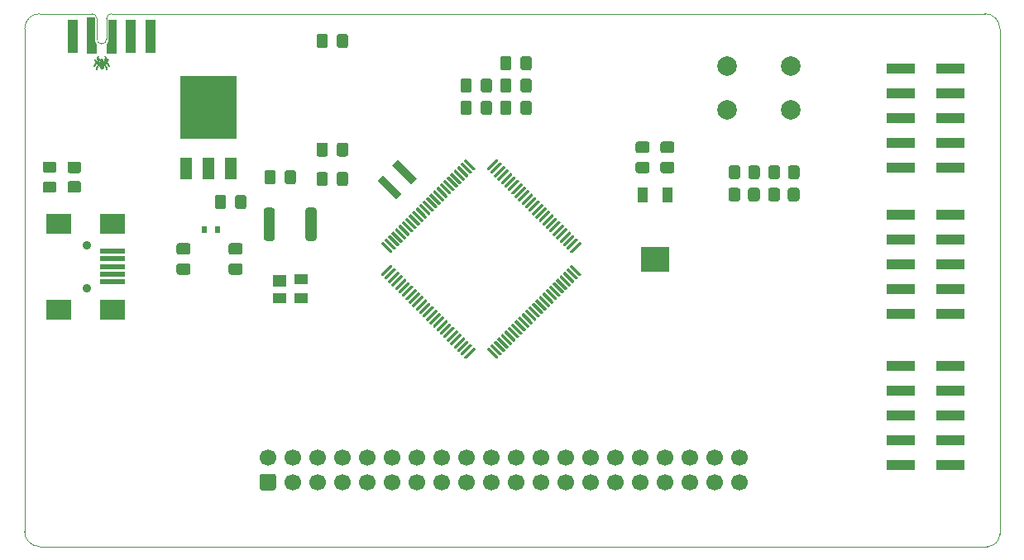
<source format=gts>
%TF.GenerationSoftware,KiCad,Pcbnew,5.1.8*%
%TF.CreationDate,2020-12-10T16:40:19-06:00*%
%TF.ProjectId,e54-GFX-Development-Board,6535342d-4746-4582-9d44-6576656c6f70,rev?*%
%TF.SameCoordinates,Original*%
%TF.FileFunction,Soldermask,Top*%
%TF.FilePolarity,Negative*%
%FSLAX46Y46*%
G04 Gerber Fmt 4.6, Leading zero omitted, Abs format (unit mm)*
G04 Created by KiCad (PCBNEW 5.1.8) date 2020-12-10 16:40:19*
%MOMM*%
%LPD*%
G01*
G04 APERTURE LIST*
%TA.AperFunction,Profile*%
%ADD10C,0.050000*%
%TD*%
%ADD11C,0.150000*%
%ADD12C,0.300000*%
%ADD13C,0.001000*%
%ADD14C,0.320000*%
%ADD15C,0.460000*%
%ADD16R,5.800000X6.400000*%
%ADD17R,1.200000X2.200000*%
%ADD18R,1.000000X3.500000*%
%ADD19C,0.100000*%
%ADD20R,3.000000X1.000000*%
%ADD21R,3.000000X2.500000*%
%ADD22R,1.000000X1.600000*%
%ADD23C,2.000000*%
%ADD24C,1.700000*%
%ADD25C,0.900000*%
%ADD26R,2.500000X0.500000*%
%ADD27R,2.500000X2.000000*%
%ADD28R,0.600000X0.800000*%
%ADD29R,1.400000X1.000000*%
%ADD30R,1.400000X1.200000*%
G04 APERTURE END LIST*
D10*
X108378000Y-70358000D02*
X192786000Y-70358000D01*
X96012000Y-70358000D02*
X98378000Y-70358000D01*
X194310000Y-71882000D02*
X194310000Y-123698000D01*
X192786000Y-70358000D02*
G75*
G02*
X194310000Y-71882000I0J-1524000D01*
G01*
X94488000Y-71882000D02*
G75*
G02*
X96012000Y-70358000I1524000J0D01*
G01*
X96012000Y-124968000D02*
G75*
G02*
X94488000Y-123444000I0J1524000D01*
G01*
X194310000Y-123698000D02*
G75*
G02*
X193040000Y-124968000I-1270000J0D01*
G01*
X94488000Y-123444000D02*
X94488000Y-71882000D01*
X193040000Y-124968000D02*
X96012000Y-124968000D01*
%TO.C,J3*%
X101878000Y-70858000D02*
X101878000Y-72958000D01*
X102878000Y-72958000D02*
X102878000Y-70858000D01*
X98378000Y-70358000D02*
X101378000Y-70358000D01*
X103378000Y-70358000D02*
X108378000Y-70358000D01*
D11*
X103028000Y-75078000D02*
X102918000Y-75268000D01*
X102748000Y-75348000D02*
X102908000Y-75278000D01*
X102748000Y-75348000D02*
X102488000Y-75398000D01*
X103108000Y-75718000D02*
X102938000Y-75508000D01*
X102568000Y-75508000D02*
X102938000Y-75508000D01*
X102898000Y-76068000D02*
X102898000Y-75878000D01*
X102618000Y-75548000D02*
X102898000Y-75878000D01*
D12*
X102448000Y-75758000D02*
X102378000Y-75098000D01*
D11*
X102008000Y-74688000D02*
X101938000Y-74888000D01*
X101938000Y-74898000D02*
X101998000Y-75028000D01*
D13*
G36*
X102028000Y-74918000D02*
G01*
X102088000Y-75038000D01*
X102088000Y-75178000D01*
X101958000Y-75118000D01*
X101888000Y-74968000D01*
X101978000Y-74998000D01*
X102028000Y-74918000D01*
G37*
X102028000Y-74918000D02*
X102088000Y-75038000D01*
X102088000Y-75178000D01*
X101958000Y-75118000D01*
X101888000Y-74968000D01*
X101978000Y-74998000D01*
X102028000Y-74918000D01*
D11*
X101708000Y-75078000D02*
X101818000Y-75268000D01*
X101988000Y-75348000D02*
X101828000Y-75278000D01*
X101988000Y-75348000D02*
X102248000Y-75398000D01*
X101628000Y-75718000D02*
X101798000Y-75508000D01*
X102168000Y-75508000D02*
X101798000Y-75508000D01*
X101838000Y-76068000D02*
X101838000Y-75878000D01*
X102118000Y-75548000D02*
X101838000Y-75878000D01*
D12*
X102288000Y-75758000D02*
X102358000Y-75098000D01*
D14*
X102368000Y-75868000D02*
X102368000Y-75098000D01*
D15*
X102368000Y-75818000D02*
X102368000Y-75748000D01*
D11*
X102728000Y-74688000D02*
X102798000Y-74888000D01*
X102798000Y-74898000D02*
X102738000Y-75028000D01*
D13*
G36*
X102708000Y-74918000D02*
G01*
X102648000Y-75038000D01*
X102648000Y-75178000D01*
X102778000Y-75118000D01*
X102848000Y-74968000D01*
X102758000Y-74998000D01*
X102708000Y-74918000D01*
G37*
X102708000Y-74918000D02*
X102648000Y-75038000D01*
X102648000Y-75178000D01*
X102778000Y-75118000D01*
X102848000Y-74968000D01*
X102758000Y-74998000D01*
X102708000Y-74918000D01*
D10*
X102878000Y-72958000D02*
G75*
G02*
X101878000Y-72958000I-500000J0D01*
G01*
X101378000Y-70358000D02*
G75*
G02*
X101878000Y-70858000I0J-500000D01*
G01*
X102878000Y-70858000D02*
G75*
G02*
X103378000Y-70358000I500000J0D01*
G01*
%TD*%
D16*
%TO.C,U1*%
X113284000Y-79942000D03*
D17*
X115564000Y-86242000D03*
X113284000Y-86242000D03*
X111004000Y-86242000D03*
%TD*%
D18*
%TO.C,J3*%
X99378000Y-72708000D03*
X107378000Y-72708000D03*
X105378000Y-72708000D03*
D19*
G36*
X103878000Y-74458000D02*
G01*
X102878000Y-74458000D01*
X102878000Y-73448000D01*
X102898000Y-73428000D01*
X102938000Y-73378000D01*
X102978000Y-73318000D01*
X103008000Y-73268000D01*
X103028000Y-73218000D01*
X103048000Y-73158000D01*
X103068000Y-73078000D01*
X103078000Y-72968000D01*
X103078000Y-70958000D01*
X103878000Y-70958000D01*
X103878000Y-74458000D01*
G37*
G36*
X101678000Y-72968000D02*
G01*
X101688000Y-73078000D01*
X101708000Y-73158000D01*
X101728000Y-73218000D01*
X101748000Y-73268000D01*
X101778000Y-73318000D01*
X101818000Y-73378000D01*
X101858000Y-73428000D01*
X101878000Y-73448000D01*
X101878000Y-74458000D01*
X100878000Y-74458000D01*
X100878000Y-70758000D01*
X101678000Y-70758000D01*
X101678000Y-72968000D01*
G37*
%TD*%
D20*
%TO.C,J8*%
X184170000Y-86106000D03*
X189210000Y-86106000D03*
X184170000Y-83566000D03*
X189210000Y-83566000D03*
X184170000Y-81026000D03*
X189210000Y-81026000D03*
X184170000Y-78486000D03*
X189210000Y-78486000D03*
X184170000Y-75946000D03*
X189210000Y-75946000D03*
%TD*%
%TO.C,J7*%
X184170000Y-101092000D03*
X189210000Y-101092000D03*
X184170000Y-98552000D03*
X189210000Y-98552000D03*
X184170000Y-96012000D03*
X189210000Y-96012000D03*
X184170000Y-93472000D03*
X189210000Y-93472000D03*
X184170000Y-90932000D03*
X189210000Y-90932000D03*
%TD*%
%TO.C,J6*%
X184170000Y-116586000D03*
X189210000Y-116586000D03*
X184170000Y-114046000D03*
X189210000Y-114046000D03*
X184170000Y-111506000D03*
X189210000Y-111506000D03*
X184170000Y-108966000D03*
X189210000Y-108966000D03*
X184170000Y-106426000D03*
X189210000Y-106426000D03*
%TD*%
D21*
%TO.C,Y2*%
X159004000Y-95506000D03*
D22*
X160274000Y-88956000D03*
X157734000Y-88956000D03*
%TD*%
%TO.C,U2*%
G36*
G01*
X131925546Y-94902959D02*
X130988630Y-93966043D01*
G75*
G02*
X130988630Y-93859977I53033J53033D01*
G01*
X131094696Y-93753911D01*
G75*
G02*
X131200762Y-93753911I53033J-53033D01*
G01*
X132137678Y-94690827D01*
G75*
G02*
X132137678Y-94796893I-53033J-53033D01*
G01*
X132031612Y-94902959D01*
G75*
G02*
X131925546Y-94902959I-53033J53033D01*
G01*
G37*
G36*
G01*
X132279099Y-94549406D02*
X131342183Y-93612490D01*
G75*
G02*
X131342183Y-93506424I53033J53033D01*
G01*
X131448249Y-93400358D01*
G75*
G02*
X131554315Y-93400358I53033J-53033D01*
G01*
X132491231Y-94337274D01*
G75*
G02*
X132491231Y-94443340I-53033J-53033D01*
G01*
X132385165Y-94549406D01*
G75*
G02*
X132279099Y-94549406I-53033J53033D01*
G01*
G37*
G36*
G01*
X132632652Y-94195852D02*
X131695736Y-93258936D01*
G75*
G02*
X131695736Y-93152870I53033J53033D01*
G01*
X131801802Y-93046804D01*
G75*
G02*
X131907868Y-93046804I53033J-53033D01*
G01*
X132844784Y-93983720D01*
G75*
G02*
X132844784Y-94089786I-53033J-53033D01*
G01*
X132738718Y-94195852D01*
G75*
G02*
X132632652Y-94195852I-53033J53033D01*
G01*
G37*
G36*
G01*
X132986206Y-93842299D02*
X132049290Y-92905383D01*
G75*
G02*
X132049290Y-92799317I53033J53033D01*
G01*
X132155356Y-92693251D01*
G75*
G02*
X132261422Y-92693251I53033J-53033D01*
G01*
X133198338Y-93630167D01*
G75*
G02*
X133198338Y-93736233I-53033J-53033D01*
G01*
X133092272Y-93842299D01*
G75*
G02*
X132986206Y-93842299I-53033J53033D01*
G01*
G37*
G36*
G01*
X133339759Y-93488745D02*
X132402843Y-92551829D01*
G75*
G02*
X132402843Y-92445763I53033J53033D01*
G01*
X132508909Y-92339697D01*
G75*
G02*
X132614975Y-92339697I53033J-53033D01*
G01*
X133551891Y-93276613D01*
G75*
G02*
X133551891Y-93382679I-53033J-53033D01*
G01*
X133445825Y-93488745D01*
G75*
G02*
X133339759Y-93488745I-53033J53033D01*
G01*
G37*
G36*
G01*
X133693313Y-93135192D02*
X132756397Y-92198276D01*
G75*
G02*
X132756397Y-92092210I53033J53033D01*
G01*
X132862463Y-91986144D01*
G75*
G02*
X132968529Y-91986144I53033J-53033D01*
G01*
X133905445Y-92923060D01*
G75*
G02*
X133905445Y-93029126I-53033J-53033D01*
G01*
X133799379Y-93135192D01*
G75*
G02*
X133693313Y-93135192I-53033J53033D01*
G01*
G37*
G36*
G01*
X134046866Y-92781639D02*
X133109950Y-91844723D01*
G75*
G02*
X133109950Y-91738657I53033J53033D01*
G01*
X133216016Y-91632591D01*
G75*
G02*
X133322082Y-91632591I53033J-53033D01*
G01*
X134258998Y-92569507D01*
G75*
G02*
X134258998Y-92675573I-53033J-53033D01*
G01*
X134152932Y-92781639D01*
G75*
G02*
X134046866Y-92781639I-53033J53033D01*
G01*
G37*
G36*
G01*
X134400419Y-92428085D02*
X133463503Y-91491169D01*
G75*
G02*
X133463503Y-91385103I53033J53033D01*
G01*
X133569569Y-91279037D01*
G75*
G02*
X133675635Y-91279037I53033J-53033D01*
G01*
X134612551Y-92215953D01*
G75*
G02*
X134612551Y-92322019I-53033J-53033D01*
G01*
X134506485Y-92428085D01*
G75*
G02*
X134400419Y-92428085I-53033J53033D01*
G01*
G37*
G36*
G01*
X134753973Y-92074532D02*
X133817057Y-91137616D01*
G75*
G02*
X133817057Y-91031550I53033J53033D01*
G01*
X133923123Y-90925484D01*
G75*
G02*
X134029189Y-90925484I53033J-53033D01*
G01*
X134966105Y-91862400D01*
G75*
G02*
X134966105Y-91968466I-53033J-53033D01*
G01*
X134860039Y-92074532D01*
G75*
G02*
X134753973Y-92074532I-53033J53033D01*
G01*
G37*
G36*
G01*
X135107526Y-91720978D02*
X134170610Y-90784062D01*
G75*
G02*
X134170610Y-90677996I53033J53033D01*
G01*
X134276676Y-90571930D01*
G75*
G02*
X134382742Y-90571930I53033J-53033D01*
G01*
X135319658Y-91508846D01*
G75*
G02*
X135319658Y-91614912I-53033J-53033D01*
G01*
X135213592Y-91720978D01*
G75*
G02*
X135107526Y-91720978I-53033J53033D01*
G01*
G37*
G36*
G01*
X135461080Y-91367425D02*
X134524164Y-90430509D01*
G75*
G02*
X134524164Y-90324443I53033J53033D01*
G01*
X134630230Y-90218377D01*
G75*
G02*
X134736296Y-90218377I53033J-53033D01*
G01*
X135673212Y-91155293D01*
G75*
G02*
X135673212Y-91261359I-53033J-53033D01*
G01*
X135567146Y-91367425D01*
G75*
G02*
X135461080Y-91367425I-53033J53033D01*
G01*
G37*
G36*
G01*
X135814633Y-91013872D02*
X134877717Y-90076956D01*
G75*
G02*
X134877717Y-89970890I53033J53033D01*
G01*
X134983783Y-89864824D01*
G75*
G02*
X135089849Y-89864824I53033J-53033D01*
G01*
X136026765Y-90801740D01*
G75*
G02*
X136026765Y-90907806I-53033J-53033D01*
G01*
X135920699Y-91013872D01*
G75*
G02*
X135814633Y-91013872I-53033J53033D01*
G01*
G37*
G36*
G01*
X136168186Y-90660318D02*
X135231270Y-89723402D01*
G75*
G02*
X135231270Y-89617336I53033J53033D01*
G01*
X135337336Y-89511270D01*
G75*
G02*
X135443402Y-89511270I53033J-53033D01*
G01*
X136380318Y-90448186D01*
G75*
G02*
X136380318Y-90554252I-53033J-53033D01*
G01*
X136274252Y-90660318D01*
G75*
G02*
X136168186Y-90660318I-53033J53033D01*
G01*
G37*
G36*
G01*
X136521740Y-90306765D02*
X135584824Y-89369849D01*
G75*
G02*
X135584824Y-89263783I53033J53033D01*
G01*
X135690890Y-89157717D01*
G75*
G02*
X135796956Y-89157717I53033J-53033D01*
G01*
X136733872Y-90094633D01*
G75*
G02*
X136733872Y-90200699I-53033J-53033D01*
G01*
X136627806Y-90306765D01*
G75*
G02*
X136521740Y-90306765I-53033J53033D01*
G01*
G37*
G36*
G01*
X136875293Y-89953212D02*
X135938377Y-89016296D01*
G75*
G02*
X135938377Y-88910230I53033J53033D01*
G01*
X136044443Y-88804164D01*
G75*
G02*
X136150509Y-88804164I53033J-53033D01*
G01*
X137087425Y-89741080D01*
G75*
G02*
X137087425Y-89847146I-53033J-53033D01*
G01*
X136981359Y-89953212D01*
G75*
G02*
X136875293Y-89953212I-53033J53033D01*
G01*
G37*
G36*
G01*
X137228846Y-89599658D02*
X136291930Y-88662742D01*
G75*
G02*
X136291930Y-88556676I53033J53033D01*
G01*
X136397996Y-88450610D01*
G75*
G02*
X136504062Y-88450610I53033J-53033D01*
G01*
X137440978Y-89387526D01*
G75*
G02*
X137440978Y-89493592I-53033J-53033D01*
G01*
X137334912Y-89599658D01*
G75*
G02*
X137228846Y-89599658I-53033J53033D01*
G01*
G37*
G36*
G01*
X137582400Y-89246105D02*
X136645484Y-88309189D01*
G75*
G02*
X136645484Y-88203123I53033J53033D01*
G01*
X136751550Y-88097057D01*
G75*
G02*
X136857616Y-88097057I53033J-53033D01*
G01*
X137794532Y-89033973D01*
G75*
G02*
X137794532Y-89140039I-53033J-53033D01*
G01*
X137688466Y-89246105D01*
G75*
G02*
X137582400Y-89246105I-53033J53033D01*
G01*
G37*
G36*
G01*
X137935953Y-88892551D02*
X136999037Y-87955635D01*
G75*
G02*
X136999037Y-87849569I53033J53033D01*
G01*
X137105103Y-87743503D01*
G75*
G02*
X137211169Y-87743503I53033J-53033D01*
G01*
X138148085Y-88680419D01*
G75*
G02*
X138148085Y-88786485I-53033J-53033D01*
G01*
X138042019Y-88892551D01*
G75*
G02*
X137935953Y-88892551I-53033J53033D01*
G01*
G37*
G36*
G01*
X138289507Y-88538998D02*
X137352591Y-87602082D01*
G75*
G02*
X137352591Y-87496016I53033J53033D01*
G01*
X137458657Y-87389950D01*
G75*
G02*
X137564723Y-87389950I53033J-53033D01*
G01*
X138501639Y-88326866D01*
G75*
G02*
X138501639Y-88432932I-53033J-53033D01*
G01*
X138395573Y-88538998D01*
G75*
G02*
X138289507Y-88538998I-53033J53033D01*
G01*
G37*
G36*
G01*
X138643060Y-88185445D02*
X137706144Y-87248529D01*
G75*
G02*
X137706144Y-87142463I53033J53033D01*
G01*
X137812210Y-87036397D01*
G75*
G02*
X137918276Y-87036397I53033J-53033D01*
G01*
X138855192Y-87973313D01*
G75*
G02*
X138855192Y-88079379I-53033J-53033D01*
G01*
X138749126Y-88185445D01*
G75*
G02*
X138643060Y-88185445I-53033J53033D01*
G01*
G37*
G36*
G01*
X138996613Y-87831891D02*
X138059697Y-86894975D01*
G75*
G02*
X138059697Y-86788909I53033J53033D01*
G01*
X138165763Y-86682843D01*
G75*
G02*
X138271829Y-86682843I53033J-53033D01*
G01*
X139208745Y-87619759D01*
G75*
G02*
X139208745Y-87725825I-53033J-53033D01*
G01*
X139102679Y-87831891D01*
G75*
G02*
X138996613Y-87831891I-53033J53033D01*
G01*
G37*
G36*
G01*
X139350167Y-87478338D02*
X138413251Y-86541422D01*
G75*
G02*
X138413251Y-86435356I53033J53033D01*
G01*
X138519317Y-86329290D01*
G75*
G02*
X138625383Y-86329290I53033J-53033D01*
G01*
X139562299Y-87266206D01*
G75*
G02*
X139562299Y-87372272I-53033J-53033D01*
G01*
X139456233Y-87478338D01*
G75*
G02*
X139350167Y-87478338I-53033J53033D01*
G01*
G37*
G36*
G01*
X139703720Y-87124784D02*
X138766804Y-86187868D01*
G75*
G02*
X138766804Y-86081802I53033J53033D01*
G01*
X138872870Y-85975736D01*
G75*
G02*
X138978936Y-85975736I53033J-53033D01*
G01*
X139915852Y-86912652D01*
G75*
G02*
X139915852Y-87018718I-53033J-53033D01*
G01*
X139809786Y-87124784D01*
G75*
G02*
X139703720Y-87124784I-53033J53033D01*
G01*
G37*
G36*
G01*
X140057274Y-86771231D02*
X139120358Y-85834315D01*
G75*
G02*
X139120358Y-85728249I53033J53033D01*
G01*
X139226424Y-85622183D01*
G75*
G02*
X139332490Y-85622183I53033J-53033D01*
G01*
X140269406Y-86559099D01*
G75*
G02*
X140269406Y-86665165I-53033J-53033D01*
G01*
X140163340Y-86771231D01*
G75*
G02*
X140057274Y-86771231I-53033J53033D01*
G01*
G37*
G36*
G01*
X140410827Y-86417678D02*
X139473911Y-85480762D01*
G75*
G02*
X139473911Y-85374696I53033J53033D01*
G01*
X139579977Y-85268630D01*
G75*
G02*
X139686043Y-85268630I53033J-53033D01*
G01*
X140622959Y-86205546D01*
G75*
G02*
X140622959Y-86311612I-53033J-53033D01*
G01*
X140516893Y-86417678D01*
G75*
G02*
X140410827Y-86417678I-53033J53033D01*
G01*
G37*
G36*
G01*
X141931107Y-86417678D02*
X141825041Y-86311612D01*
G75*
G02*
X141825041Y-86205546I53033J53033D01*
G01*
X142761957Y-85268630D01*
G75*
G02*
X142868023Y-85268630I53033J-53033D01*
G01*
X142974089Y-85374696D01*
G75*
G02*
X142974089Y-85480762I-53033J-53033D01*
G01*
X142037173Y-86417678D01*
G75*
G02*
X141931107Y-86417678I-53033J53033D01*
G01*
G37*
G36*
G01*
X142284660Y-86771231D02*
X142178594Y-86665165D01*
G75*
G02*
X142178594Y-86559099I53033J53033D01*
G01*
X143115510Y-85622183D01*
G75*
G02*
X143221576Y-85622183I53033J-53033D01*
G01*
X143327642Y-85728249D01*
G75*
G02*
X143327642Y-85834315I-53033J-53033D01*
G01*
X142390726Y-86771231D01*
G75*
G02*
X142284660Y-86771231I-53033J53033D01*
G01*
G37*
G36*
G01*
X142638214Y-87124784D02*
X142532148Y-87018718D01*
G75*
G02*
X142532148Y-86912652I53033J53033D01*
G01*
X143469064Y-85975736D01*
G75*
G02*
X143575130Y-85975736I53033J-53033D01*
G01*
X143681196Y-86081802D01*
G75*
G02*
X143681196Y-86187868I-53033J-53033D01*
G01*
X142744280Y-87124784D01*
G75*
G02*
X142638214Y-87124784I-53033J53033D01*
G01*
G37*
G36*
G01*
X142991767Y-87478338D02*
X142885701Y-87372272D01*
G75*
G02*
X142885701Y-87266206I53033J53033D01*
G01*
X143822617Y-86329290D01*
G75*
G02*
X143928683Y-86329290I53033J-53033D01*
G01*
X144034749Y-86435356D01*
G75*
G02*
X144034749Y-86541422I-53033J-53033D01*
G01*
X143097833Y-87478338D01*
G75*
G02*
X142991767Y-87478338I-53033J53033D01*
G01*
G37*
G36*
G01*
X143345321Y-87831891D02*
X143239255Y-87725825D01*
G75*
G02*
X143239255Y-87619759I53033J53033D01*
G01*
X144176171Y-86682843D01*
G75*
G02*
X144282237Y-86682843I53033J-53033D01*
G01*
X144388303Y-86788909D01*
G75*
G02*
X144388303Y-86894975I-53033J-53033D01*
G01*
X143451387Y-87831891D01*
G75*
G02*
X143345321Y-87831891I-53033J53033D01*
G01*
G37*
G36*
G01*
X143698874Y-88185445D02*
X143592808Y-88079379D01*
G75*
G02*
X143592808Y-87973313I53033J53033D01*
G01*
X144529724Y-87036397D01*
G75*
G02*
X144635790Y-87036397I53033J-53033D01*
G01*
X144741856Y-87142463D01*
G75*
G02*
X144741856Y-87248529I-53033J-53033D01*
G01*
X143804940Y-88185445D01*
G75*
G02*
X143698874Y-88185445I-53033J53033D01*
G01*
G37*
G36*
G01*
X144052427Y-88538998D02*
X143946361Y-88432932D01*
G75*
G02*
X143946361Y-88326866I53033J53033D01*
G01*
X144883277Y-87389950D01*
G75*
G02*
X144989343Y-87389950I53033J-53033D01*
G01*
X145095409Y-87496016D01*
G75*
G02*
X145095409Y-87602082I-53033J-53033D01*
G01*
X144158493Y-88538998D01*
G75*
G02*
X144052427Y-88538998I-53033J53033D01*
G01*
G37*
G36*
G01*
X144405981Y-88892551D02*
X144299915Y-88786485D01*
G75*
G02*
X144299915Y-88680419I53033J53033D01*
G01*
X145236831Y-87743503D01*
G75*
G02*
X145342897Y-87743503I53033J-53033D01*
G01*
X145448963Y-87849569D01*
G75*
G02*
X145448963Y-87955635I-53033J-53033D01*
G01*
X144512047Y-88892551D01*
G75*
G02*
X144405981Y-88892551I-53033J53033D01*
G01*
G37*
G36*
G01*
X144759534Y-89246105D02*
X144653468Y-89140039D01*
G75*
G02*
X144653468Y-89033973I53033J53033D01*
G01*
X145590384Y-88097057D01*
G75*
G02*
X145696450Y-88097057I53033J-53033D01*
G01*
X145802516Y-88203123D01*
G75*
G02*
X145802516Y-88309189I-53033J-53033D01*
G01*
X144865600Y-89246105D01*
G75*
G02*
X144759534Y-89246105I-53033J53033D01*
G01*
G37*
G36*
G01*
X145113088Y-89599658D02*
X145007022Y-89493592D01*
G75*
G02*
X145007022Y-89387526I53033J53033D01*
G01*
X145943938Y-88450610D01*
G75*
G02*
X146050004Y-88450610I53033J-53033D01*
G01*
X146156070Y-88556676D01*
G75*
G02*
X146156070Y-88662742I-53033J-53033D01*
G01*
X145219154Y-89599658D01*
G75*
G02*
X145113088Y-89599658I-53033J53033D01*
G01*
G37*
G36*
G01*
X145466641Y-89953212D02*
X145360575Y-89847146D01*
G75*
G02*
X145360575Y-89741080I53033J53033D01*
G01*
X146297491Y-88804164D01*
G75*
G02*
X146403557Y-88804164I53033J-53033D01*
G01*
X146509623Y-88910230D01*
G75*
G02*
X146509623Y-89016296I-53033J-53033D01*
G01*
X145572707Y-89953212D01*
G75*
G02*
X145466641Y-89953212I-53033J53033D01*
G01*
G37*
G36*
G01*
X145820194Y-90306765D02*
X145714128Y-90200699D01*
G75*
G02*
X145714128Y-90094633I53033J53033D01*
G01*
X146651044Y-89157717D01*
G75*
G02*
X146757110Y-89157717I53033J-53033D01*
G01*
X146863176Y-89263783D01*
G75*
G02*
X146863176Y-89369849I-53033J-53033D01*
G01*
X145926260Y-90306765D01*
G75*
G02*
X145820194Y-90306765I-53033J53033D01*
G01*
G37*
G36*
G01*
X146173748Y-90660318D02*
X146067682Y-90554252D01*
G75*
G02*
X146067682Y-90448186I53033J53033D01*
G01*
X147004598Y-89511270D01*
G75*
G02*
X147110664Y-89511270I53033J-53033D01*
G01*
X147216730Y-89617336D01*
G75*
G02*
X147216730Y-89723402I-53033J-53033D01*
G01*
X146279814Y-90660318D01*
G75*
G02*
X146173748Y-90660318I-53033J53033D01*
G01*
G37*
G36*
G01*
X146527301Y-91013872D02*
X146421235Y-90907806D01*
G75*
G02*
X146421235Y-90801740I53033J53033D01*
G01*
X147358151Y-89864824D01*
G75*
G02*
X147464217Y-89864824I53033J-53033D01*
G01*
X147570283Y-89970890D01*
G75*
G02*
X147570283Y-90076956I-53033J-53033D01*
G01*
X146633367Y-91013872D01*
G75*
G02*
X146527301Y-91013872I-53033J53033D01*
G01*
G37*
G36*
G01*
X146880854Y-91367425D02*
X146774788Y-91261359D01*
G75*
G02*
X146774788Y-91155293I53033J53033D01*
G01*
X147711704Y-90218377D01*
G75*
G02*
X147817770Y-90218377I53033J-53033D01*
G01*
X147923836Y-90324443D01*
G75*
G02*
X147923836Y-90430509I-53033J-53033D01*
G01*
X146986920Y-91367425D01*
G75*
G02*
X146880854Y-91367425I-53033J53033D01*
G01*
G37*
G36*
G01*
X147234408Y-91720978D02*
X147128342Y-91614912D01*
G75*
G02*
X147128342Y-91508846I53033J53033D01*
G01*
X148065258Y-90571930D01*
G75*
G02*
X148171324Y-90571930I53033J-53033D01*
G01*
X148277390Y-90677996D01*
G75*
G02*
X148277390Y-90784062I-53033J-53033D01*
G01*
X147340474Y-91720978D01*
G75*
G02*
X147234408Y-91720978I-53033J53033D01*
G01*
G37*
G36*
G01*
X147587961Y-92074532D02*
X147481895Y-91968466D01*
G75*
G02*
X147481895Y-91862400I53033J53033D01*
G01*
X148418811Y-90925484D01*
G75*
G02*
X148524877Y-90925484I53033J-53033D01*
G01*
X148630943Y-91031550D01*
G75*
G02*
X148630943Y-91137616I-53033J-53033D01*
G01*
X147694027Y-92074532D01*
G75*
G02*
X147587961Y-92074532I-53033J53033D01*
G01*
G37*
G36*
G01*
X147941515Y-92428085D02*
X147835449Y-92322019D01*
G75*
G02*
X147835449Y-92215953I53033J53033D01*
G01*
X148772365Y-91279037D01*
G75*
G02*
X148878431Y-91279037I53033J-53033D01*
G01*
X148984497Y-91385103D01*
G75*
G02*
X148984497Y-91491169I-53033J-53033D01*
G01*
X148047581Y-92428085D01*
G75*
G02*
X147941515Y-92428085I-53033J53033D01*
G01*
G37*
G36*
G01*
X148295068Y-92781639D02*
X148189002Y-92675573D01*
G75*
G02*
X148189002Y-92569507I53033J53033D01*
G01*
X149125918Y-91632591D01*
G75*
G02*
X149231984Y-91632591I53033J-53033D01*
G01*
X149338050Y-91738657D01*
G75*
G02*
X149338050Y-91844723I-53033J-53033D01*
G01*
X148401134Y-92781639D01*
G75*
G02*
X148295068Y-92781639I-53033J53033D01*
G01*
G37*
G36*
G01*
X148648621Y-93135192D02*
X148542555Y-93029126D01*
G75*
G02*
X148542555Y-92923060I53033J53033D01*
G01*
X149479471Y-91986144D01*
G75*
G02*
X149585537Y-91986144I53033J-53033D01*
G01*
X149691603Y-92092210D01*
G75*
G02*
X149691603Y-92198276I-53033J-53033D01*
G01*
X148754687Y-93135192D01*
G75*
G02*
X148648621Y-93135192I-53033J53033D01*
G01*
G37*
G36*
G01*
X149002175Y-93488745D02*
X148896109Y-93382679D01*
G75*
G02*
X148896109Y-93276613I53033J53033D01*
G01*
X149833025Y-92339697D01*
G75*
G02*
X149939091Y-92339697I53033J-53033D01*
G01*
X150045157Y-92445763D01*
G75*
G02*
X150045157Y-92551829I-53033J-53033D01*
G01*
X149108241Y-93488745D01*
G75*
G02*
X149002175Y-93488745I-53033J53033D01*
G01*
G37*
G36*
G01*
X149355728Y-93842299D02*
X149249662Y-93736233D01*
G75*
G02*
X149249662Y-93630167I53033J53033D01*
G01*
X150186578Y-92693251D01*
G75*
G02*
X150292644Y-92693251I53033J-53033D01*
G01*
X150398710Y-92799317D01*
G75*
G02*
X150398710Y-92905383I-53033J-53033D01*
G01*
X149461794Y-93842299D01*
G75*
G02*
X149355728Y-93842299I-53033J53033D01*
G01*
G37*
G36*
G01*
X149709282Y-94195852D02*
X149603216Y-94089786D01*
G75*
G02*
X149603216Y-93983720I53033J53033D01*
G01*
X150540132Y-93046804D01*
G75*
G02*
X150646198Y-93046804I53033J-53033D01*
G01*
X150752264Y-93152870D01*
G75*
G02*
X150752264Y-93258936I-53033J-53033D01*
G01*
X149815348Y-94195852D01*
G75*
G02*
X149709282Y-94195852I-53033J53033D01*
G01*
G37*
G36*
G01*
X150062835Y-94549406D02*
X149956769Y-94443340D01*
G75*
G02*
X149956769Y-94337274I53033J53033D01*
G01*
X150893685Y-93400358D01*
G75*
G02*
X150999751Y-93400358I53033J-53033D01*
G01*
X151105817Y-93506424D01*
G75*
G02*
X151105817Y-93612490I-53033J-53033D01*
G01*
X150168901Y-94549406D01*
G75*
G02*
X150062835Y-94549406I-53033J53033D01*
G01*
G37*
G36*
G01*
X150416388Y-94902959D02*
X150310322Y-94796893D01*
G75*
G02*
X150310322Y-94690827I53033J53033D01*
G01*
X151247238Y-93753911D01*
G75*
G02*
X151353304Y-93753911I53033J-53033D01*
G01*
X151459370Y-93859977D01*
G75*
G02*
X151459370Y-93966043I-53033J-53033D01*
G01*
X150522454Y-94902959D01*
G75*
G02*
X150416388Y-94902959I-53033J53033D01*
G01*
G37*
G36*
G01*
X151247238Y-97254089D02*
X150310322Y-96317173D01*
G75*
G02*
X150310322Y-96211107I53033J53033D01*
G01*
X150416388Y-96105041D01*
G75*
G02*
X150522454Y-96105041I53033J-53033D01*
G01*
X151459370Y-97041957D01*
G75*
G02*
X151459370Y-97148023I-53033J-53033D01*
G01*
X151353304Y-97254089D01*
G75*
G02*
X151247238Y-97254089I-53033J53033D01*
G01*
G37*
G36*
G01*
X150893685Y-97607642D02*
X149956769Y-96670726D01*
G75*
G02*
X149956769Y-96564660I53033J53033D01*
G01*
X150062835Y-96458594D01*
G75*
G02*
X150168901Y-96458594I53033J-53033D01*
G01*
X151105817Y-97395510D01*
G75*
G02*
X151105817Y-97501576I-53033J-53033D01*
G01*
X150999751Y-97607642D01*
G75*
G02*
X150893685Y-97607642I-53033J53033D01*
G01*
G37*
G36*
G01*
X150540132Y-97961196D02*
X149603216Y-97024280D01*
G75*
G02*
X149603216Y-96918214I53033J53033D01*
G01*
X149709282Y-96812148D01*
G75*
G02*
X149815348Y-96812148I53033J-53033D01*
G01*
X150752264Y-97749064D01*
G75*
G02*
X150752264Y-97855130I-53033J-53033D01*
G01*
X150646198Y-97961196D01*
G75*
G02*
X150540132Y-97961196I-53033J53033D01*
G01*
G37*
G36*
G01*
X150186578Y-98314749D02*
X149249662Y-97377833D01*
G75*
G02*
X149249662Y-97271767I53033J53033D01*
G01*
X149355728Y-97165701D01*
G75*
G02*
X149461794Y-97165701I53033J-53033D01*
G01*
X150398710Y-98102617D01*
G75*
G02*
X150398710Y-98208683I-53033J-53033D01*
G01*
X150292644Y-98314749D01*
G75*
G02*
X150186578Y-98314749I-53033J53033D01*
G01*
G37*
G36*
G01*
X149833025Y-98668303D02*
X148896109Y-97731387D01*
G75*
G02*
X148896109Y-97625321I53033J53033D01*
G01*
X149002175Y-97519255D01*
G75*
G02*
X149108241Y-97519255I53033J-53033D01*
G01*
X150045157Y-98456171D01*
G75*
G02*
X150045157Y-98562237I-53033J-53033D01*
G01*
X149939091Y-98668303D01*
G75*
G02*
X149833025Y-98668303I-53033J53033D01*
G01*
G37*
G36*
G01*
X149479471Y-99021856D02*
X148542555Y-98084940D01*
G75*
G02*
X148542555Y-97978874I53033J53033D01*
G01*
X148648621Y-97872808D01*
G75*
G02*
X148754687Y-97872808I53033J-53033D01*
G01*
X149691603Y-98809724D01*
G75*
G02*
X149691603Y-98915790I-53033J-53033D01*
G01*
X149585537Y-99021856D01*
G75*
G02*
X149479471Y-99021856I-53033J53033D01*
G01*
G37*
G36*
G01*
X149125918Y-99375409D02*
X148189002Y-98438493D01*
G75*
G02*
X148189002Y-98332427I53033J53033D01*
G01*
X148295068Y-98226361D01*
G75*
G02*
X148401134Y-98226361I53033J-53033D01*
G01*
X149338050Y-99163277D01*
G75*
G02*
X149338050Y-99269343I-53033J-53033D01*
G01*
X149231984Y-99375409D01*
G75*
G02*
X149125918Y-99375409I-53033J53033D01*
G01*
G37*
G36*
G01*
X148772365Y-99728963D02*
X147835449Y-98792047D01*
G75*
G02*
X147835449Y-98685981I53033J53033D01*
G01*
X147941515Y-98579915D01*
G75*
G02*
X148047581Y-98579915I53033J-53033D01*
G01*
X148984497Y-99516831D01*
G75*
G02*
X148984497Y-99622897I-53033J-53033D01*
G01*
X148878431Y-99728963D01*
G75*
G02*
X148772365Y-99728963I-53033J53033D01*
G01*
G37*
G36*
G01*
X148418811Y-100082516D02*
X147481895Y-99145600D01*
G75*
G02*
X147481895Y-99039534I53033J53033D01*
G01*
X147587961Y-98933468D01*
G75*
G02*
X147694027Y-98933468I53033J-53033D01*
G01*
X148630943Y-99870384D01*
G75*
G02*
X148630943Y-99976450I-53033J-53033D01*
G01*
X148524877Y-100082516D01*
G75*
G02*
X148418811Y-100082516I-53033J53033D01*
G01*
G37*
G36*
G01*
X148065258Y-100436070D02*
X147128342Y-99499154D01*
G75*
G02*
X147128342Y-99393088I53033J53033D01*
G01*
X147234408Y-99287022D01*
G75*
G02*
X147340474Y-99287022I53033J-53033D01*
G01*
X148277390Y-100223938D01*
G75*
G02*
X148277390Y-100330004I-53033J-53033D01*
G01*
X148171324Y-100436070D01*
G75*
G02*
X148065258Y-100436070I-53033J53033D01*
G01*
G37*
G36*
G01*
X147711704Y-100789623D02*
X146774788Y-99852707D01*
G75*
G02*
X146774788Y-99746641I53033J53033D01*
G01*
X146880854Y-99640575D01*
G75*
G02*
X146986920Y-99640575I53033J-53033D01*
G01*
X147923836Y-100577491D01*
G75*
G02*
X147923836Y-100683557I-53033J-53033D01*
G01*
X147817770Y-100789623D01*
G75*
G02*
X147711704Y-100789623I-53033J53033D01*
G01*
G37*
G36*
G01*
X147358151Y-101143176D02*
X146421235Y-100206260D01*
G75*
G02*
X146421235Y-100100194I53033J53033D01*
G01*
X146527301Y-99994128D01*
G75*
G02*
X146633367Y-99994128I53033J-53033D01*
G01*
X147570283Y-100931044D01*
G75*
G02*
X147570283Y-101037110I-53033J-53033D01*
G01*
X147464217Y-101143176D01*
G75*
G02*
X147358151Y-101143176I-53033J53033D01*
G01*
G37*
G36*
G01*
X147004598Y-101496730D02*
X146067682Y-100559814D01*
G75*
G02*
X146067682Y-100453748I53033J53033D01*
G01*
X146173748Y-100347682D01*
G75*
G02*
X146279814Y-100347682I53033J-53033D01*
G01*
X147216730Y-101284598D01*
G75*
G02*
X147216730Y-101390664I-53033J-53033D01*
G01*
X147110664Y-101496730D01*
G75*
G02*
X147004598Y-101496730I-53033J53033D01*
G01*
G37*
G36*
G01*
X146651044Y-101850283D02*
X145714128Y-100913367D01*
G75*
G02*
X145714128Y-100807301I53033J53033D01*
G01*
X145820194Y-100701235D01*
G75*
G02*
X145926260Y-100701235I53033J-53033D01*
G01*
X146863176Y-101638151D01*
G75*
G02*
X146863176Y-101744217I-53033J-53033D01*
G01*
X146757110Y-101850283D01*
G75*
G02*
X146651044Y-101850283I-53033J53033D01*
G01*
G37*
G36*
G01*
X146297491Y-102203836D02*
X145360575Y-101266920D01*
G75*
G02*
X145360575Y-101160854I53033J53033D01*
G01*
X145466641Y-101054788D01*
G75*
G02*
X145572707Y-101054788I53033J-53033D01*
G01*
X146509623Y-101991704D01*
G75*
G02*
X146509623Y-102097770I-53033J-53033D01*
G01*
X146403557Y-102203836D01*
G75*
G02*
X146297491Y-102203836I-53033J53033D01*
G01*
G37*
G36*
G01*
X145943938Y-102557390D02*
X145007022Y-101620474D01*
G75*
G02*
X145007022Y-101514408I53033J53033D01*
G01*
X145113088Y-101408342D01*
G75*
G02*
X145219154Y-101408342I53033J-53033D01*
G01*
X146156070Y-102345258D01*
G75*
G02*
X146156070Y-102451324I-53033J-53033D01*
G01*
X146050004Y-102557390D01*
G75*
G02*
X145943938Y-102557390I-53033J53033D01*
G01*
G37*
G36*
G01*
X145590384Y-102910943D02*
X144653468Y-101974027D01*
G75*
G02*
X144653468Y-101867961I53033J53033D01*
G01*
X144759534Y-101761895D01*
G75*
G02*
X144865600Y-101761895I53033J-53033D01*
G01*
X145802516Y-102698811D01*
G75*
G02*
X145802516Y-102804877I-53033J-53033D01*
G01*
X145696450Y-102910943D01*
G75*
G02*
X145590384Y-102910943I-53033J53033D01*
G01*
G37*
G36*
G01*
X145236831Y-103264497D02*
X144299915Y-102327581D01*
G75*
G02*
X144299915Y-102221515I53033J53033D01*
G01*
X144405981Y-102115449D01*
G75*
G02*
X144512047Y-102115449I53033J-53033D01*
G01*
X145448963Y-103052365D01*
G75*
G02*
X145448963Y-103158431I-53033J-53033D01*
G01*
X145342897Y-103264497D01*
G75*
G02*
X145236831Y-103264497I-53033J53033D01*
G01*
G37*
G36*
G01*
X144883277Y-103618050D02*
X143946361Y-102681134D01*
G75*
G02*
X143946361Y-102575068I53033J53033D01*
G01*
X144052427Y-102469002D01*
G75*
G02*
X144158493Y-102469002I53033J-53033D01*
G01*
X145095409Y-103405918D01*
G75*
G02*
X145095409Y-103511984I-53033J-53033D01*
G01*
X144989343Y-103618050D01*
G75*
G02*
X144883277Y-103618050I-53033J53033D01*
G01*
G37*
G36*
G01*
X144529724Y-103971603D02*
X143592808Y-103034687D01*
G75*
G02*
X143592808Y-102928621I53033J53033D01*
G01*
X143698874Y-102822555D01*
G75*
G02*
X143804940Y-102822555I53033J-53033D01*
G01*
X144741856Y-103759471D01*
G75*
G02*
X144741856Y-103865537I-53033J-53033D01*
G01*
X144635790Y-103971603D01*
G75*
G02*
X144529724Y-103971603I-53033J53033D01*
G01*
G37*
G36*
G01*
X144176171Y-104325157D02*
X143239255Y-103388241D01*
G75*
G02*
X143239255Y-103282175I53033J53033D01*
G01*
X143345321Y-103176109D01*
G75*
G02*
X143451387Y-103176109I53033J-53033D01*
G01*
X144388303Y-104113025D01*
G75*
G02*
X144388303Y-104219091I-53033J-53033D01*
G01*
X144282237Y-104325157D01*
G75*
G02*
X144176171Y-104325157I-53033J53033D01*
G01*
G37*
G36*
G01*
X143822617Y-104678710D02*
X142885701Y-103741794D01*
G75*
G02*
X142885701Y-103635728I53033J53033D01*
G01*
X142991767Y-103529662D01*
G75*
G02*
X143097833Y-103529662I53033J-53033D01*
G01*
X144034749Y-104466578D01*
G75*
G02*
X144034749Y-104572644I-53033J-53033D01*
G01*
X143928683Y-104678710D01*
G75*
G02*
X143822617Y-104678710I-53033J53033D01*
G01*
G37*
G36*
G01*
X143469064Y-105032264D02*
X142532148Y-104095348D01*
G75*
G02*
X142532148Y-103989282I53033J53033D01*
G01*
X142638214Y-103883216D01*
G75*
G02*
X142744280Y-103883216I53033J-53033D01*
G01*
X143681196Y-104820132D01*
G75*
G02*
X143681196Y-104926198I-53033J-53033D01*
G01*
X143575130Y-105032264D01*
G75*
G02*
X143469064Y-105032264I-53033J53033D01*
G01*
G37*
G36*
G01*
X143115510Y-105385817D02*
X142178594Y-104448901D01*
G75*
G02*
X142178594Y-104342835I53033J53033D01*
G01*
X142284660Y-104236769D01*
G75*
G02*
X142390726Y-104236769I53033J-53033D01*
G01*
X143327642Y-105173685D01*
G75*
G02*
X143327642Y-105279751I-53033J-53033D01*
G01*
X143221576Y-105385817D01*
G75*
G02*
X143115510Y-105385817I-53033J53033D01*
G01*
G37*
G36*
G01*
X142761957Y-105739370D02*
X141825041Y-104802454D01*
G75*
G02*
X141825041Y-104696388I53033J53033D01*
G01*
X141931107Y-104590322D01*
G75*
G02*
X142037173Y-104590322I53033J-53033D01*
G01*
X142974089Y-105527238D01*
G75*
G02*
X142974089Y-105633304I-53033J-53033D01*
G01*
X142868023Y-105739370D01*
G75*
G02*
X142761957Y-105739370I-53033J53033D01*
G01*
G37*
G36*
G01*
X139579977Y-105739370D02*
X139473911Y-105633304D01*
G75*
G02*
X139473911Y-105527238I53033J53033D01*
G01*
X140410827Y-104590322D01*
G75*
G02*
X140516893Y-104590322I53033J-53033D01*
G01*
X140622959Y-104696388D01*
G75*
G02*
X140622959Y-104802454I-53033J-53033D01*
G01*
X139686043Y-105739370D01*
G75*
G02*
X139579977Y-105739370I-53033J53033D01*
G01*
G37*
G36*
G01*
X139226424Y-105385817D02*
X139120358Y-105279751D01*
G75*
G02*
X139120358Y-105173685I53033J53033D01*
G01*
X140057274Y-104236769D01*
G75*
G02*
X140163340Y-104236769I53033J-53033D01*
G01*
X140269406Y-104342835D01*
G75*
G02*
X140269406Y-104448901I-53033J-53033D01*
G01*
X139332490Y-105385817D01*
G75*
G02*
X139226424Y-105385817I-53033J53033D01*
G01*
G37*
G36*
G01*
X138872870Y-105032264D02*
X138766804Y-104926198D01*
G75*
G02*
X138766804Y-104820132I53033J53033D01*
G01*
X139703720Y-103883216D01*
G75*
G02*
X139809786Y-103883216I53033J-53033D01*
G01*
X139915852Y-103989282D01*
G75*
G02*
X139915852Y-104095348I-53033J-53033D01*
G01*
X138978936Y-105032264D01*
G75*
G02*
X138872870Y-105032264I-53033J53033D01*
G01*
G37*
G36*
G01*
X138519317Y-104678710D02*
X138413251Y-104572644D01*
G75*
G02*
X138413251Y-104466578I53033J53033D01*
G01*
X139350167Y-103529662D01*
G75*
G02*
X139456233Y-103529662I53033J-53033D01*
G01*
X139562299Y-103635728D01*
G75*
G02*
X139562299Y-103741794I-53033J-53033D01*
G01*
X138625383Y-104678710D01*
G75*
G02*
X138519317Y-104678710I-53033J53033D01*
G01*
G37*
G36*
G01*
X138165763Y-104325157D02*
X138059697Y-104219091D01*
G75*
G02*
X138059697Y-104113025I53033J53033D01*
G01*
X138996613Y-103176109D01*
G75*
G02*
X139102679Y-103176109I53033J-53033D01*
G01*
X139208745Y-103282175D01*
G75*
G02*
X139208745Y-103388241I-53033J-53033D01*
G01*
X138271829Y-104325157D01*
G75*
G02*
X138165763Y-104325157I-53033J53033D01*
G01*
G37*
G36*
G01*
X137812210Y-103971603D02*
X137706144Y-103865537D01*
G75*
G02*
X137706144Y-103759471I53033J53033D01*
G01*
X138643060Y-102822555D01*
G75*
G02*
X138749126Y-102822555I53033J-53033D01*
G01*
X138855192Y-102928621D01*
G75*
G02*
X138855192Y-103034687I-53033J-53033D01*
G01*
X137918276Y-103971603D01*
G75*
G02*
X137812210Y-103971603I-53033J53033D01*
G01*
G37*
G36*
G01*
X137458657Y-103618050D02*
X137352591Y-103511984D01*
G75*
G02*
X137352591Y-103405918I53033J53033D01*
G01*
X138289507Y-102469002D01*
G75*
G02*
X138395573Y-102469002I53033J-53033D01*
G01*
X138501639Y-102575068D01*
G75*
G02*
X138501639Y-102681134I-53033J-53033D01*
G01*
X137564723Y-103618050D01*
G75*
G02*
X137458657Y-103618050I-53033J53033D01*
G01*
G37*
G36*
G01*
X137105103Y-103264497D02*
X136999037Y-103158431D01*
G75*
G02*
X136999037Y-103052365I53033J53033D01*
G01*
X137935953Y-102115449D01*
G75*
G02*
X138042019Y-102115449I53033J-53033D01*
G01*
X138148085Y-102221515D01*
G75*
G02*
X138148085Y-102327581I-53033J-53033D01*
G01*
X137211169Y-103264497D01*
G75*
G02*
X137105103Y-103264497I-53033J53033D01*
G01*
G37*
G36*
G01*
X136751550Y-102910943D02*
X136645484Y-102804877D01*
G75*
G02*
X136645484Y-102698811I53033J53033D01*
G01*
X137582400Y-101761895D01*
G75*
G02*
X137688466Y-101761895I53033J-53033D01*
G01*
X137794532Y-101867961D01*
G75*
G02*
X137794532Y-101974027I-53033J-53033D01*
G01*
X136857616Y-102910943D01*
G75*
G02*
X136751550Y-102910943I-53033J53033D01*
G01*
G37*
G36*
G01*
X136397996Y-102557390D02*
X136291930Y-102451324D01*
G75*
G02*
X136291930Y-102345258I53033J53033D01*
G01*
X137228846Y-101408342D01*
G75*
G02*
X137334912Y-101408342I53033J-53033D01*
G01*
X137440978Y-101514408D01*
G75*
G02*
X137440978Y-101620474I-53033J-53033D01*
G01*
X136504062Y-102557390D01*
G75*
G02*
X136397996Y-102557390I-53033J53033D01*
G01*
G37*
G36*
G01*
X136044443Y-102203836D02*
X135938377Y-102097770D01*
G75*
G02*
X135938377Y-101991704I53033J53033D01*
G01*
X136875293Y-101054788D01*
G75*
G02*
X136981359Y-101054788I53033J-53033D01*
G01*
X137087425Y-101160854D01*
G75*
G02*
X137087425Y-101266920I-53033J-53033D01*
G01*
X136150509Y-102203836D01*
G75*
G02*
X136044443Y-102203836I-53033J53033D01*
G01*
G37*
G36*
G01*
X135690890Y-101850283D02*
X135584824Y-101744217D01*
G75*
G02*
X135584824Y-101638151I53033J53033D01*
G01*
X136521740Y-100701235D01*
G75*
G02*
X136627806Y-100701235I53033J-53033D01*
G01*
X136733872Y-100807301D01*
G75*
G02*
X136733872Y-100913367I-53033J-53033D01*
G01*
X135796956Y-101850283D01*
G75*
G02*
X135690890Y-101850283I-53033J53033D01*
G01*
G37*
G36*
G01*
X135337336Y-101496730D02*
X135231270Y-101390664D01*
G75*
G02*
X135231270Y-101284598I53033J53033D01*
G01*
X136168186Y-100347682D01*
G75*
G02*
X136274252Y-100347682I53033J-53033D01*
G01*
X136380318Y-100453748D01*
G75*
G02*
X136380318Y-100559814I-53033J-53033D01*
G01*
X135443402Y-101496730D01*
G75*
G02*
X135337336Y-101496730I-53033J53033D01*
G01*
G37*
G36*
G01*
X134983783Y-101143176D02*
X134877717Y-101037110D01*
G75*
G02*
X134877717Y-100931044I53033J53033D01*
G01*
X135814633Y-99994128D01*
G75*
G02*
X135920699Y-99994128I53033J-53033D01*
G01*
X136026765Y-100100194D01*
G75*
G02*
X136026765Y-100206260I-53033J-53033D01*
G01*
X135089849Y-101143176D01*
G75*
G02*
X134983783Y-101143176I-53033J53033D01*
G01*
G37*
G36*
G01*
X134630230Y-100789623D02*
X134524164Y-100683557D01*
G75*
G02*
X134524164Y-100577491I53033J53033D01*
G01*
X135461080Y-99640575D01*
G75*
G02*
X135567146Y-99640575I53033J-53033D01*
G01*
X135673212Y-99746641D01*
G75*
G02*
X135673212Y-99852707I-53033J-53033D01*
G01*
X134736296Y-100789623D01*
G75*
G02*
X134630230Y-100789623I-53033J53033D01*
G01*
G37*
G36*
G01*
X134276676Y-100436070D02*
X134170610Y-100330004D01*
G75*
G02*
X134170610Y-100223938I53033J53033D01*
G01*
X135107526Y-99287022D01*
G75*
G02*
X135213592Y-99287022I53033J-53033D01*
G01*
X135319658Y-99393088D01*
G75*
G02*
X135319658Y-99499154I-53033J-53033D01*
G01*
X134382742Y-100436070D01*
G75*
G02*
X134276676Y-100436070I-53033J53033D01*
G01*
G37*
G36*
G01*
X133923123Y-100082516D02*
X133817057Y-99976450D01*
G75*
G02*
X133817057Y-99870384I53033J53033D01*
G01*
X134753973Y-98933468D01*
G75*
G02*
X134860039Y-98933468I53033J-53033D01*
G01*
X134966105Y-99039534D01*
G75*
G02*
X134966105Y-99145600I-53033J-53033D01*
G01*
X134029189Y-100082516D01*
G75*
G02*
X133923123Y-100082516I-53033J53033D01*
G01*
G37*
G36*
G01*
X133569569Y-99728963D02*
X133463503Y-99622897D01*
G75*
G02*
X133463503Y-99516831I53033J53033D01*
G01*
X134400419Y-98579915D01*
G75*
G02*
X134506485Y-98579915I53033J-53033D01*
G01*
X134612551Y-98685981D01*
G75*
G02*
X134612551Y-98792047I-53033J-53033D01*
G01*
X133675635Y-99728963D01*
G75*
G02*
X133569569Y-99728963I-53033J53033D01*
G01*
G37*
G36*
G01*
X133216016Y-99375409D02*
X133109950Y-99269343D01*
G75*
G02*
X133109950Y-99163277I53033J53033D01*
G01*
X134046866Y-98226361D01*
G75*
G02*
X134152932Y-98226361I53033J-53033D01*
G01*
X134258998Y-98332427D01*
G75*
G02*
X134258998Y-98438493I-53033J-53033D01*
G01*
X133322082Y-99375409D01*
G75*
G02*
X133216016Y-99375409I-53033J53033D01*
G01*
G37*
G36*
G01*
X132862463Y-99021856D02*
X132756397Y-98915790D01*
G75*
G02*
X132756397Y-98809724I53033J53033D01*
G01*
X133693313Y-97872808D01*
G75*
G02*
X133799379Y-97872808I53033J-53033D01*
G01*
X133905445Y-97978874D01*
G75*
G02*
X133905445Y-98084940I-53033J-53033D01*
G01*
X132968529Y-99021856D01*
G75*
G02*
X132862463Y-99021856I-53033J53033D01*
G01*
G37*
G36*
G01*
X132508909Y-98668303D02*
X132402843Y-98562237D01*
G75*
G02*
X132402843Y-98456171I53033J53033D01*
G01*
X133339759Y-97519255D01*
G75*
G02*
X133445825Y-97519255I53033J-53033D01*
G01*
X133551891Y-97625321D01*
G75*
G02*
X133551891Y-97731387I-53033J-53033D01*
G01*
X132614975Y-98668303D01*
G75*
G02*
X132508909Y-98668303I-53033J53033D01*
G01*
G37*
G36*
G01*
X132155356Y-98314749D02*
X132049290Y-98208683D01*
G75*
G02*
X132049290Y-98102617I53033J53033D01*
G01*
X132986206Y-97165701D01*
G75*
G02*
X133092272Y-97165701I53033J-53033D01*
G01*
X133198338Y-97271767D01*
G75*
G02*
X133198338Y-97377833I-53033J-53033D01*
G01*
X132261422Y-98314749D01*
G75*
G02*
X132155356Y-98314749I-53033J53033D01*
G01*
G37*
G36*
G01*
X131801802Y-97961196D02*
X131695736Y-97855130D01*
G75*
G02*
X131695736Y-97749064I53033J53033D01*
G01*
X132632652Y-96812148D01*
G75*
G02*
X132738718Y-96812148I53033J-53033D01*
G01*
X132844784Y-96918214D01*
G75*
G02*
X132844784Y-97024280I-53033J-53033D01*
G01*
X131907868Y-97961196D01*
G75*
G02*
X131801802Y-97961196I-53033J53033D01*
G01*
G37*
G36*
G01*
X131448249Y-97607642D02*
X131342183Y-97501576D01*
G75*
G02*
X131342183Y-97395510I53033J53033D01*
G01*
X132279099Y-96458594D01*
G75*
G02*
X132385165Y-96458594I53033J-53033D01*
G01*
X132491231Y-96564660D01*
G75*
G02*
X132491231Y-96670726I-53033J-53033D01*
G01*
X131554315Y-97607642D01*
G75*
G02*
X131448249Y-97607642I-53033J53033D01*
G01*
G37*
G36*
G01*
X131094696Y-97254089D02*
X130988630Y-97148023D01*
G75*
G02*
X130988630Y-97041957I53033J53033D01*
G01*
X131925546Y-96105041D01*
G75*
G02*
X132031612Y-96105041I53033J-53033D01*
G01*
X132137678Y-96211107D01*
G75*
G02*
X132137678Y-96317173I-53033J-53033D01*
G01*
X131200762Y-97254089D01*
G75*
G02*
X131094696Y-97254089I-53033J53033D01*
G01*
G37*
%TD*%
D23*
%TO.C,SW1*%
X172870000Y-75692000D03*
X172870000Y-80192000D03*
X166370000Y-75692000D03*
X166370000Y-80192000D03*
%TD*%
%TO.C,R7*%
G36*
G01*
X167748000Y-86163999D02*
X167748000Y-87064001D01*
G75*
G02*
X167498001Y-87314000I-249999J0D01*
G01*
X166797999Y-87314000D01*
G75*
G02*
X166548000Y-87064001I0J249999D01*
G01*
X166548000Y-86163999D01*
G75*
G02*
X166797999Y-85914000I249999J0D01*
G01*
X167498001Y-85914000D01*
G75*
G02*
X167748000Y-86163999I0J-249999D01*
G01*
G37*
G36*
G01*
X169748000Y-86163999D02*
X169748000Y-87064001D01*
G75*
G02*
X169498001Y-87314000I-249999J0D01*
G01*
X168797999Y-87314000D01*
G75*
G02*
X168548000Y-87064001I0J249999D01*
G01*
X168548000Y-86163999D01*
G75*
G02*
X168797999Y-85914000I249999J0D01*
G01*
X169498001Y-85914000D01*
G75*
G02*
X169748000Y-86163999I0J-249999D01*
G01*
G37*
%TD*%
%TO.C,R6*%
G36*
G01*
X99117999Y-87522000D02*
X100018001Y-87522000D01*
G75*
G02*
X100268000Y-87771999I0J-249999D01*
G01*
X100268000Y-88472001D01*
G75*
G02*
X100018001Y-88722000I-249999J0D01*
G01*
X99117999Y-88722000D01*
G75*
G02*
X98868000Y-88472001I0J249999D01*
G01*
X98868000Y-87771999D01*
G75*
G02*
X99117999Y-87522000I249999J0D01*
G01*
G37*
G36*
G01*
X99117999Y-85522000D02*
X100018001Y-85522000D01*
G75*
G02*
X100268000Y-85771999I0J-249999D01*
G01*
X100268000Y-86472001D01*
G75*
G02*
X100018001Y-86722000I-249999J0D01*
G01*
X99117999Y-86722000D01*
G75*
G02*
X98868000Y-86472001I0J249999D01*
G01*
X98868000Y-85771999D01*
G75*
G02*
X99117999Y-85522000I249999J0D01*
G01*
G37*
%TD*%
%TO.C,R5*%
G36*
G01*
X167732000Y-88449999D02*
X167732000Y-89350001D01*
G75*
G02*
X167482001Y-89600000I-249999J0D01*
G01*
X166781999Y-89600000D01*
G75*
G02*
X166532000Y-89350001I0J249999D01*
G01*
X166532000Y-88449999D01*
G75*
G02*
X166781999Y-88200000I249999J0D01*
G01*
X167482001Y-88200000D01*
G75*
G02*
X167732000Y-88449999I0J-249999D01*
G01*
G37*
G36*
G01*
X169732000Y-88449999D02*
X169732000Y-89350001D01*
G75*
G02*
X169482001Y-89600000I-249999J0D01*
G01*
X168781999Y-89600000D01*
G75*
G02*
X168532000Y-89350001I0J249999D01*
G01*
X168532000Y-88449999D01*
G75*
G02*
X168781999Y-88200000I249999J0D01*
G01*
X169482001Y-88200000D01*
G75*
G02*
X169732000Y-88449999I0J-249999D01*
G01*
G37*
%TD*%
%TO.C,R2*%
G36*
G01*
X172612000Y-87064001D02*
X172612000Y-86163999D01*
G75*
G02*
X172861999Y-85914000I249999J0D01*
G01*
X173562001Y-85914000D01*
G75*
G02*
X173812000Y-86163999I0J-249999D01*
G01*
X173812000Y-87064001D01*
G75*
G02*
X173562001Y-87314000I-249999J0D01*
G01*
X172861999Y-87314000D01*
G75*
G02*
X172612000Y-87064001I0J249999D01*
G01*
G37*
G36*
G01*
X170612000Y-87064001D02*
X170612000Y-86163999D01*
G75*
G02*
X170861999Y-85914000I249999J0D01*
G01*
X171562001Y-85914000D01*
G75*
G02*
X171812000Y-86163999I0J-249999D01*
G01*
X171812000Y-87064001D01*
G75*
G02*
X171562001Y-87314000I-249999J0D01*
G01*
X170861999Y-87314000D01*
G75*
G02*
X170612000Y-87064001I0J249999D01*
G01*
G37*
%TD*%
%TO.C,R1*%
G36*
G01*
X171796000Y-88449999D02*
X171796000Y-89350001D01*
G75*
G02*
X171546001Y-89600000I-249999J0D01*
G01*
X170845999Y-89600000D01*
G75*
G02*
X170596000Y-89350001I0J249999D01*
G01*
X170596000Y-88449999D01*
G75*
G02*
X170845999Y-88200000I249999J0D01*
G01*
X171546001Y-88200000D01*
G75*
G02*
X171796000Y-88449999I0J-249999D01*
G01*
G37*
G36*
G01*
X173796000Y-88449999D02*
X173796000Y-89350001D01*
G75*
G02*
X173546001Y-89600000I-249999J0D01*
G01*
X172845999Y-89600000D01*
G75*
G02*
X172596000Y-89350001I0J249999D01*
G01*
X172596000Y-88449999D01*
G75*
G02*
X172845999Y-88200000I249999J0D01*
G01*
X173546001Y-88200000D01*
G75*
G02*
X173796000Y-88449999I0J-249999D01*
G01*
G37*
%TD*%
D19*
%TO.C,L1*%
G36*
X134037568Y-87835620D02*
G01*
X132128380Y-85926432D01*
X132694066Y-85360746D01*
X134603254Y-87269934D01*
X134037568Y-87835620D01*
G37*
G36*
X132481934Y-89391254D02*
G01*
X130572746Y-87482066D01*
X131138432Y-86916380D01*
X133047620Y-88825568D01*
X132481934Y-89391254D01*
G37*
%TD*%
D24*
%TO.C,J4*%
X167640000Y-115824000D03*
X165100000Y-115824000D03*
X162560000Y-115824000D03*
X160020000Y-115824000D03*
X157480000Y-115824000D03*
X154940000Y-115824000D03*
X152400000Y-115824000D03*
X149860000Y-115824000D03*
X147320000Y-115824000D03*
X144780000Y-115824000D03*
X142240000Y-115824000D03*
X139700000Y-115824000D03*
X137160000Y-115824000D03*
X134620000Y-115824000D03*
X132080000Y-115824000D03*
X129540000Y-115824000D03*
X127000000Y-115824000D03*
X124460000Y-115824000D03*
X121920000Y-115824000D03*
X119380000Y-115824000D03*
X167640000Y-118364000D03*
X165100000Y-118364000D03*
X162560000Y-118364000D03*
X160020000Y-118364000D03*
X157480000Y-118364000D03*
X154940000Y-118364000D03*
X152400000Y-118364000D03*
X149860000Y-118364000D03*
X147320000Y-118364000D03*
X144780000Y-118364000D03*
X142240000Y-118364000D03*
X139700000Y-118364000D03*
X137160000Y-118364000D03*
X134620000Y-118364000D03*
X132080000Y-118364000D03*
X129540000Y-118364000D03*
X127000000Y-118364000D03*
X124460000Y-118364000D03*
X121920000Y-118364000D03*
G36*
G01*
X119980000Y-119214000D02*
X118780000Y-119214000D01*
G75*
G02*
X118530000Y-118964000I0J250000D01*
G01*
X118530000Y-117764000D01*
G75*
G02*
X118780000Y-117514000I250000J0D01*
G01*
X119980000Y-117514000D01*
G75*
G02*
X120230000Y-117764000I0J-250000D01*
G01*
X120230000Y-118964000D01*
G75*
G02*
X119980000Y-119214000I-250000J0D01*
G01*
G37*
%TD*%
D25*
%TO.C,J1*%
X100838000Y-98466000D03*
X100838000Y-94066000D03*
D26*
X103438000Y-97866000D03*
X103438000Y-97066000D03*
X103438000Y-96266000D03*
X103438000Y-95466000D03*
X103438000Y-94666000D03*
D27*
X103438000Y-100666000D03*
X103438000Y-91866000D03*
X97938000Y-100666000D03*
X97938000Y-91866000D03*
%TD*%
%TO.C,FB3*%
G36*
G01*
X120091000Y-90497997D02*
X120091000Y-93398003D01*
G75*
G02*
X119841003Y-93648000I-249997J0D01*
G01*
X119215997Y-93648000D01*
G75*
G02*
X118966000Y-93398003I0J249997D01*
G01*
X118966000Y-90497997D01*
G75*
G02*
X119215997Y-90248000I249997J0D01*
G01*
X119841003Y-90248000D01*
G75*
G02*
X120091000Y-90497997I0J-249997D01*
G01*
G37*
G36*
G01*
X124366000Y-90497997D02*
X124366000Y-93398003D01*
G75*
G02*
X124116003Y-93648000I-249997J0D01*
G01*
X123490997Y-93648000D01*
G75*
G02*
X123241000Y-93398003I0J249997D01*
G01*
X123241000Y-90497997D01*
G75*
G02*
X123490997Y-90248000I249997J0D01*
G01*
X124116003Y-90248000D01*
G75*
G02*
X124366000Y-90497997I0J-249997D01*
G01*
G37*
%TD*%
D28*
%TO.C,FB2*%
X112838000Y-92456000D03*
X114238000Y-92456000D03*
%TD*%
D29*
%TO.C,D2*%
X122766000Y-97602000D03*
X122766000Y-99502000D03*
X120566000Y-99502000D03*
D30*
X120566000Y-97782000D03*
%TD*%
%TO.C,D1*%
G36*
G01*
X96577999Y-87572000D02*
X97478001Y-87572000D01*
G75*
G02*
X97728000Y-87821999I0J-249999D01*
G01*
X97728000Y-88472001D01*
G75*
G02*
X97478001Y-88722000I-249999J0D01*
G01*
X96577999Y-88722000D01*
G75*
G02*
X96328000Y-88472001I0J249999D01*
G01*
X96328000Y-87821999D01*
G75*
G02*
X96577999Y-87572000I249999J0D01*
G01*
G37*
G36*
G01*
X96577999Y-85522000D02*
X97478001Y-85522000D01*
G75*
G02*
X97728000Y-85771999I0J-249999D01*
G01*
X97728000Y-86422001D01*
G75*
G02*
X97478001Y-86672000I-249999J0D01*
G01*
X96577999Y-86672000D01*
G75*
G02*
X96328000Y-86422001I0J249999D01*
G01*
X96328000Y-85771999D01*
G75*
G02*
X96577999Y-85522000I249999J0D01*
G01*
G37*
%TD*%
%TO.C,C23*%
G36*
G01*
X160749000Y-84640000D02*
X159799000Y-84640000D01*
G75*
G02*
X159549000Y-84390000I0J250000D01*
G01*
X159549000Y-83715000D01*
G75*
G02*
X159799000Y-83465000I250000J0D01*
G01*
X160749000Y-83465000D01*
G75*
G02*
X160999000Y-83715000I0J-250000D01*
G01*
X160999000Y-84390000D01*
G75*
G02*
X160749000Y-84640000I-250000J0D01*
G01*
G37*
G36*
G01*
X160749000Y-86715000D02*
X159799000Y-86715000D01*
G75*
G02*
X159549000Y-86465000I0J250000D01*
G01*
X159549000Y-85790000D01*
G75*
G02*
X159799000Y-85540000I250000J0D01*
G01*
X160749000Y-85540000D01*
G75*
G02*
X160999000Y-85790000I0J-250000D01*
G01*
X160999000Y-86465000D01*
G75*
G02*
X160749000Y-86715000I-250000J0D01*
G01*
G37*
%TD*%
%TO.C,C20*%
G36*
G01*
X158209000Y-84640000D02*
X157259000Y-84640000D01*
G75*
G02*
X157009000Y-84390000I0J250000D01*
G01*
X157009000Y-83715000D01*
G75*
G02*
X157259000Y-83465000I250000J0D01*
G01*
X158209000Y-83465000D01*
G75*
G02*
X158459000Y-83715000I0J-250000D01*
G01*
X158459000Y-84390000D01*
G75*
G02*
X158209000Y-84640000I-250000J0D01*
G01*
G37*
G36*
G01*
X158209000Y-86715000D02*
X157259000Y-86715000D01*
G75*
G02*
X157009000Y-86465000I0J250000D01*
G01*
X157009000Y-85790000D01*
G75*
G02*
X157259000Y-85540000I250000J0D01*
G01*
X158209000Y-85540000D01*
G75*
G02*
X158459000Y-85790000I0J-250000D01*
G01*
X158459000Y-86465000D01*
G75*
G02*
X158209000Y-86715000I-250000J0D01*
G01*
G37*
%TD*%
%TO.C,C16*%
G36*
G01*
X140266000Y-77249000D02*
X140266000Y-78199000D01*
G75*
G02*
X140016000Y-78449000I-250000J0D01*
G01*
X139341000Y-78449000D01*
G75*
G02*
X139091000Y-78199000I0J250000D01*
G01*
X139091000Y-77249000D01*
G75*
G02*
X139341000Y-76999000I250000J0D01*
G01*
X140016000Y-76999000D01*
G75*
G02*
X140266000Y-77249000I0J-250000D01*
G01*
G37*
G36*
G01*
X142341000Y-77249000D02*
X142341000Y-78199000D01*
G75*
G02*
X142091000Y-78449000I-250000J0D01*
G01*
X141416000Y-78449000D01*
G75*
G02*
X141166000Y-78199000I0J250000D01*
G01*
X141166000Y-77249000D01*
G75*
G02*
X141416000Y-76999000I250000J0D01*
G01*
X142091000Y-76999000D01*
G75*
G02*
X142341000Y-77249000I0J-250000D01*
G01*
G37*
%TD*%
%TO.C,C14*%
G36*
G01*
X145230000Y-75913000D02*
X145230000Y-74963000D01*
G75*
G02*
X145480000Y-74713000I250000J0D01*
G01*
X146155000Y-74713000D01*
G75*
G02*
X146405000Y-74963000I0J-250000D01*
G01*
X146405000Y-75913000D01*
G75*
G02*
X146155000Y-76163000I-250000J0D01*
G01*
X145480000Y-76163000D01*
G75*
G02*
X145230000Y-75913000I0J250000D01*
G01*
G37*
G36*
G01*
X143155000Y-75913000D02*
X143155000Y-74963000D01*
G75*
G02*
X143405000Y-74713000I250000J0D01*
G01*
X144080000Y-74713000D01*
G75*
G02*
X144330000Y-74963000I0J-250000D01*
G01*
X144330000Y-75913000D01*
G75*
G02*
X144080000Y-76163000I-250000J0D01*
G01*
X143405000Y-76163000D01*
G75*
G02*
X143155000Y-75913000I0J250000D01*
G01*
G37*
%TD*%
%TO.C,C13*%
G36*
G01*
X126434000Y-84765000D02*
X126434000Y-83815000D01*
G75*
G02*
X126684000Y-83565000I250000J0D01*
G01*
X127359000Y-83565000D01*
G75*
G02*
X127609000Y-83815000I0J-250000D01*
G01*
X127609000Y-84765000D01*
G75*
G02*
X127359000Y-85015000I-250000J0D01*
G01*
X126684000Y-85015000D01*
G75*
G02*
X126434000Y-84765000I0J250000D01*
G01*
G37*
G36*
G01*
X124359000Y-84765000D02*
X124359000Y-83815000D01*
G75*
G02*
X124609000Y-83565000I250000J0D01*
G01*
X125284000Y-83565000D01*
G75*
G02*
X125534000Y-83815000I0J-250000D01*
G01*
X125534000Y-84765000D01*
G75*
G02*
X125284000Y-85015000I-250000J0D01*
G01*
X124609000Y-85015000D01*
G75*
G02*
X124359000Y-84765000I0J250000D01*
G01*
G37*
%TD*%
%TO.C,C12*%
G36*
G01*
X126434000Y-87775000D02*
X126434000Y-86825000D01*
G75*
G02*
X126684000Y-86575000I250000J0D01*
G01*
X127359000Y-86575000D01*
G75*
G02*
X127609000Y-86825000I0J-250000D01*
G01*
X127609000Y-87775000D01*
G75*
G02*
X127359000Y-88025000I-250000J0D01*
G01*
X126684000Y-88025000D01*
G75*
G02*
X126434000Y-87775000I0J250000D01*
G01*
G37*
G36*
G01*
X124359000Y-87775000D02*
X124359000Y-86825000D01*
G75*
G02*
X124609000Y-86575000I250000J0D01*
G01*
X125284000Y-86575000D01*
G75*
G02*
X125534000Y-86825000I0J-250000D01*
G01*
X125534000Y-87775000D01*
G75*
G02*
X125284000Y-88025000I-250000J0D01*
G01*
X124609000Y-88025000D01*
G75*
G02*
X124359000Y-87775000I0J250000D01*
G01*
G37*
%TD*%
%TO.C,C10*%
G36*
G01*
X145230000Y-78199000D02*
X145230000Y-77249000D01*
G75*
G02*
X145480000Y-76999000I250000J0D01*
G01*
X146155000Y-76999000D01*
G75*
G02*
X146405000Y-77249000I0J-250000D01*
G01*
X146405000Y-78199000D01*
G75*
G02*
X146155000Y-78449000I-250000J0D01*
G01*
X145480000Y-78449000D01*
G75*
G02*
X145230000Y-78199000I0J250000D01*
G01*
G37*
G36*
G01*
X143155000Y-78199000D02*
X143155000Y-77249000D01*
G75*
G02*
X143405000Y-76999000I250000J0D01*
G01*
X144080000Y-76999000D01*
G75*
G02*
X144330000Y-77249000I0J-250000D01*
G01*
X144330000Y-78199000D01*
G75*
G02*
X144080000Y-78449000I-250000J0D01*
G01*
X143405000Y-78449000D01*
G75*
G02*
X143155000Y-78199000I0J250000D01*
G01*
G37*
%TD*%
%TO.C,C9*%
G36*
G01*
X126434000Y-73627000D02*
X126434000Y-72677000D01*
G75*
G02*
X126684000Y-72427000I250000J0D01*
G01*
X127359000Y-72427000D01*
G75*
G02*
X127609000Y-72677000I0J-250000D01*
G01*
X127609000Y-73627000D01*
G75*
G02*
X127359000Y-73877000I-250000J0D01*
G01*
X126684000Y-73877000D01*
G75*
G02*
X126434000Y-73627000I0J250000D01*
G01*
G37*
G36*
G01*
X124359000Y-73627000D02*
X124359000Y-72677000D01*
G75*
G02*
X124609000Y-72427000I250000J0D01*
G01*
X125284000Y-72427000D01*
G75*
G02*
X125534000Y-72677000I0J-250000D01*
G01*
X125534000Y-73627000D01*
G75*
G02*
X125284000Y-73877000I-250000J0D01*
G01*
X124609000Y-73877000D01*
G75*
G02*
X124359000Y-73627000I0J250000D01*
G01*
G37*
%TD*%
%TO.C,C8*%
G36*
G01*
X115120000Y-89187000D02*
X115120000Y-90137000D01*
G75*
G02*
X114870000Y-90387000I-250000J0D01*
G01*
X114195000Y-90387000D01*
G75*
G02*
X113945000Y-90137000I0J250000D01*
G01*
X113945000Y-89187000D01*
G75*
G02*
X114195000Y-88937000I250000J0D01*
G01*
X114870000Y-88937000D01*
G75*
G02*
X115120000Y-89187000I0J-250000D01*
G01*
G37*
G36*
G01*
X117195000Y-89187000D02*
X117195000Y-90137000D01*
G75*
G02*
X116945000Y-90387000I-250000J0D01*
G01*
X116270000Y-90387000D01*
G75*
G02*
X116020000Y-90137000I0J250000D01*
G01*
X116020000Y-89187000D01*
G75*
G02*
X116270000Y-88937000I250000J0D01*
G01*
X116945000Y-88937000D01*
G75*
G02*
X117195000Y-89187000I0J-250000D01*
G01*
G37*
%TD*%
%TO.C,C7*%
G36*
G01*
X145230000Y-80485000D02*
X145230000Y-79535000D01*
G75*
G02*
X145480000Y-79285000I250000J0D01*
G01*
X146155000Y-79285000D01*
G75*
G02*
X146405000Y-79535000I0J-250000D01*
G01*
X146405000Y-80485000D01*
G75*
G02*
X146155000Y-80735000I-250000J0D01*
G01*
X145480000Y-80735000D01*
G75*
G02*
X145230000Y-80485000I0J250000D01*
G01*
G37*
G36*
G01*
X143155000Y-80485000D02*
X143155000Y-79535000D01*
G75*
G02*
X143405000Y-79285000I250000J0D01*
G01*
X144080000Y-79285000D01*
G75*
G02*
X144330000Y-79535000I0J-250000D01*
G01*
X144330000Y-80485000D01*
G75*
G02*
X144080000Y-80735000I-250000J0D01*
G01*
X143405000Y-80735000D01*
G75*
G02*
X143155000Y-80485000I0J250000D01*
G01*
G37*
%TD*%
%TO.C,C6*%
G36*
G01*
X115603000Y-95954000D02*
X116553000Y-95954000D01*
G75*
G02*
X116803000Y-96204000I0J-250000D01*
G01*
X116803000Y-96879000D01*
G75*
G02*
X116553000Y-97129000I-250000J0D01*
G01*
X115603000Y-97129000D01*
G75*
G02*
X115353000Y-96879000I0J250000D01*
G01*
X115353000Y-96204000D01*
G75*
G02*
X115603000Y-95954000I250000J0D01*
G01*
G37*
G36*
G01*
X115603000Y-93879000D02*
X116553000Y-93879000D01*
G75*
G02*
X116803000Y-94129000I0J-250000D01*
G01*
X116803000Y-94804000D01*
G75*
G02*
X116553000Y-95054000I-250000J0D01*
G01*
X115603000Y-95054000D01*
G75*
G02*
X115353000Y-94804000I0J250000D01*
G01*
X115353000Y-94129000D01*
G75*
G02*
X115603000Y-93879000I250000J0D01*
G01*
G37*
%TD*%
%TO.C,C3*%
G36*
G01*
X140266000Y-79535000D02*
X140266000Y-80485000D01*
G75*
G02*
X140016000Y-80735000I-250000J0D01*
G01*
X139341000Y-80735000D01*
G75*
G02*
X139091000Y-80485000I0J250000D01*
G01*
X139091000Y-79535000D01*
G75*
G02*
X139341000Y-79285000I250000J0D01*
G01*
X140016000Y-79285000D01*
G75*
G02*
X140266000Y-79535000I0J-250000D01*
G01*
G37*
G36*
G01*
X142341000Y-79535000D02*
X142341000Y-80485000D01*
G75*
G02*
X142091000Y-80735000I-250000J0D01*
G01*
X141416000Y-80735000D01*
G75*
G02*
X141166000Y-80485000I0J250000D01*
G01*
X141166000Y-79535000D01*
G75*
G02*
X141416000Y-79285000I250000J0D01*
G01*
X142091000Y-79285000D01*
G75*
G02*
X142341000Y-79535000I0J-250000D01*
G01*
G37*
%TD*%
%TO.C,C2*%
G36*
G01*
X110269000Y-95954000D02*
X111219000Y-95954000D01*
G75*
G02*
X111469000Y-96204000I0J-250000D01*
G01*
X111469000Y-96879000D01*
G75*
G02*
X111219000Y-97129000I-250000J0D01*
G01*
X110269000Y-97129000D01*
G75*
G02*
X110019000Y-96879000I0J250000D01*
G01*
X110019000Y-96204000D01*
G75*
G02*
X110269000Y-95954000I250000J0D01*
G01*
G37*
G36*
G01*
X110269000Y-93879000D02*
X111219000Y-93879000D01*
G75*
G02*
X111469000Y-94129000I0J-250000D01*
G01*
X111469000Y-94804000D01*
G75*
G02*
X111219000Y-95054000I-250000J0D01*
G01*
X110269000Y-95054000D01*
G75*
G02*
X110019000Y-94804000I0J250000D01*
G01*
X110019000Y-94129000D01*
G75*
G02*
X110269000Y-93879000I250000J0D01*
G01*
G37*
%TD*%
%TO.C,C1*%
G36*
G01*
X121100000Y-87597000D02*
X121100000Y-86647000D01*
G75*
G02*
X121350000Y-86397000I250000J0D01*
G01*
X122025000Y-86397000D01*
G75*
G02*
X122275000Y-86647000I0J-250000D01*
G01*
X122275000Y-87597000D01*
G75*
G02*
X122025000Y-87847000I-250000J0D01*
G01*
X121350000Y-87847000D01*
G75*
G02*
X121100000Y-87597000I0J250000D01*
G01*
G37*
G36*
G01*
X119025000Y-87597000D02*
X119025000Y-86647000D01*
G75*
G02*
X119275000Y-86397000I250000J0D01*
G01*
X119950000Y-86397000D01*
G75*
G02*
X120200000Y-86647000I0J-250000D01*
G01*
X120200000Y-87597000D01*
G75*
G02*
X119950000Y-87847000I-250000J0D01*
G01*
X119275000Y-87847000D01*
G75*
G02*
X119025000Y-87597000I0J250000D01*
G01*
G37*
%TD*%
M02*

</source>
